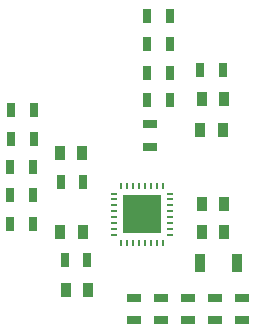
<source format=gbp>
G04*
G04 #@! TF.GenerationSoftware,Altium Limited,Altium Designer,24.1.2 (44)*
G04*
G04 Layer_Color=128*
%FSLAX44Y44*%
%MOMM*%
G71*
G04*
G04 #@! TF.SameCoordinates,484C763D-0509-4B11-89FF-D8E859C25604*
G04*
G04*
G04 #@! TF.FilePolarity,Positive*
G04*
G01*
G75*
%ADD30R,0.2300X0.6000*%
%ADD31R,0.6000X0.2300*%
%ADD32R,3.3000X3.3000*%
%ADD33R,1.3000X0.7000*%
%ADD34R,0.9000X1.3000*%
%ADD35R,0.9000X1.6000*%
%ADD36R,0.7000X1.3000*%
D30*
X267500Y274000D02*
D03*
X262500D02*
D03*
X247500D02*
D03*
X242500D02*
D03*
X237500D02*
D03*
X232500D02*
D03*
Y226000D02*
D03*
X237500D02*
D03*
X242500D02*
D03*
X247500D02*
D03*
X252500D02*
D03*
X257500D02*
D03*
X262500D02*
D03*
X267500D02*
D03*
X252500Y274000D02*
D03*
X257500D02*
D03*
D31*
X226000Y267500D02*
D03*
Y262500D02*
D03*
Y247500D02*
D03*
Y242500D02*
D03*
Y237500D02*
D03*
Y232500D02*
D03*
X274000Y237500D02*
D03*
Y242500D02*
D03*
Y247500D02*
D03*
Y252500D02*
D03*
Y257500D02*
D03*
Y262500D02*
D03*
Y267500D02*
D03*
X226000Y252500D02*
D03*
Y257500D02*
D03*
X274000Y232500D02*
D03*
D32*
X250000Y250000D02*
D03*
D33*
X243000Y179500D02*
D03*
Y160500D02*
D03*
X266000Y179500D02*
D03*
Y160500D02*
D03*
X289000Y179500D02*
D03*
Y160500D02*
D03*
X312000Y160500D02*
D03*
Y179500D02*
D03*
X335000Y160500D02*
D03*
Y179500D02*
D03*
X257000Y307000D02*
D03*
Y326000D02*
D03*
D34*
X300500Y259000D02*
D03*
X319500D02*
D03*
X300500Y235000D02*
D03*
X319500D02*
D03*
X299500Y321000D02*
D03*
X318500D02*
D03*
X300500Y348000D02*
D03*
X319500D02*
D03*
X204500Y186000D02*
D03*
X185500D02*
D03*
X200000Y235000D02*
D03*
X181000D02*
D03*
X180500Y301500D02*
D03*
X199500D02*
D03*
D35*
X299500Y209000D02*
D03*
X330500D02*
D03*
D36*
X318500Y372000D02*
D03*
X299500D02*
D03*
X254500Y347000D02*
D03*
X273500D02*
D03*
X254500Y370000D02*
D03*
X273500D02*
D03*
X254500Y394000D02*
D03*
X273500D02*
D03*
X254500Y418000D02*
D03*
X273500D02*
D03*
X184500Y211000D02*
D03*
X203500D02*
D03*
X200500Y277500D02*
D03*
X181500D02*
D03*
X157500Y242000D02*
D03*
X138500D02*
D03*
X157500Y266000D02*
D03*
X138500D02*
D03*
X138500Y290000D02*
D03*
X157500D02*
D03*
X158500Y314000D02*
D03*
X139500D02*
D03*
X158500Y338000D02*
D03*
X139500D02*
D03*
M02*

</source>
